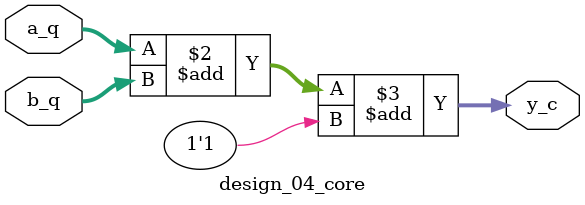
<source format=v>
module design_04_core #(
  parameter W = 20
)(
  input      [W-1:0] a_q,
  input      [W-1:0] b_q,
  output reg [W-1:0] y_c
);
  always @* begin
    y_c = a_q + b_q + 1'b1;
  end
endmodule

</source>
